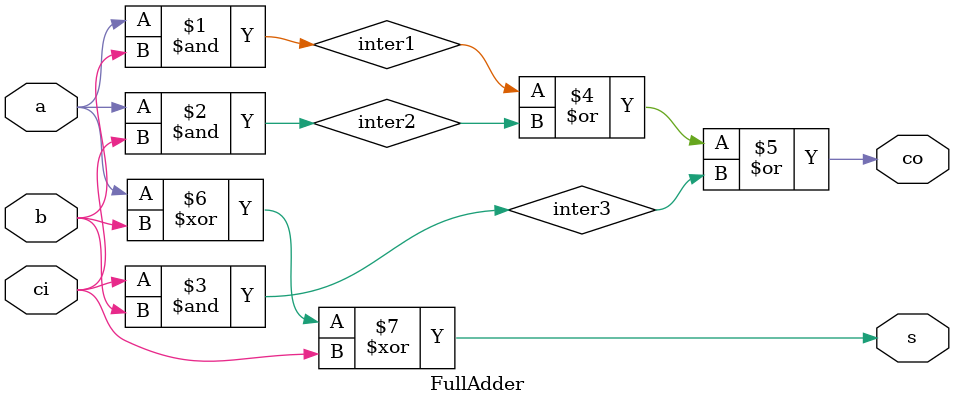
<source format=v>


module FullAdder(input a, input b, input ci, output s, output co);
    and and_1 (inter1, a, b);
    and and_2 (inter2, a, ci);
    and and_3 (inter3, ci, b);
    or or_1 (co, inter1, inter2 , inter3);
    xor xor_1 (s, a, b,ci);
endmodule

</source>
